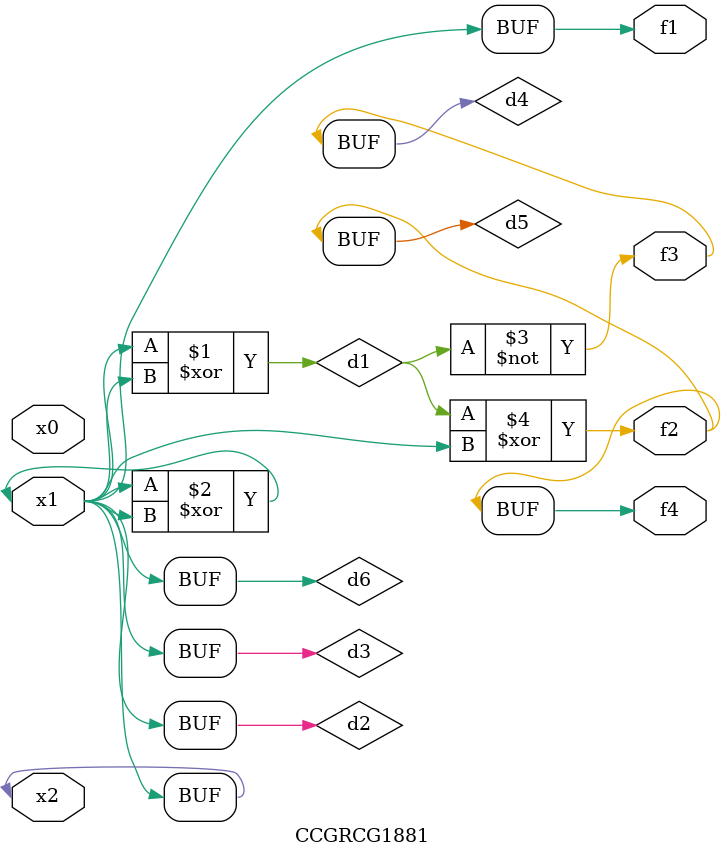
<source format=v>
module CCGRCG1881(
	input x0, x1, x2,
	output f1, f2, f3, f4
);

	wire d1, d2, d3, d4, d5, d6;

	xor (d1, x1, x2);
	buf (d2, x1, x2);
	xor (d3, x1, x2);
	nor (d4, d1);
	xor (d5, d1, d2);
	buf (d6, d2, d3);
	assign f1 = d6;
	assign f2 = d5;
	assign f3 = d4;
	assign f4 = d5;
endmodule

</source>
